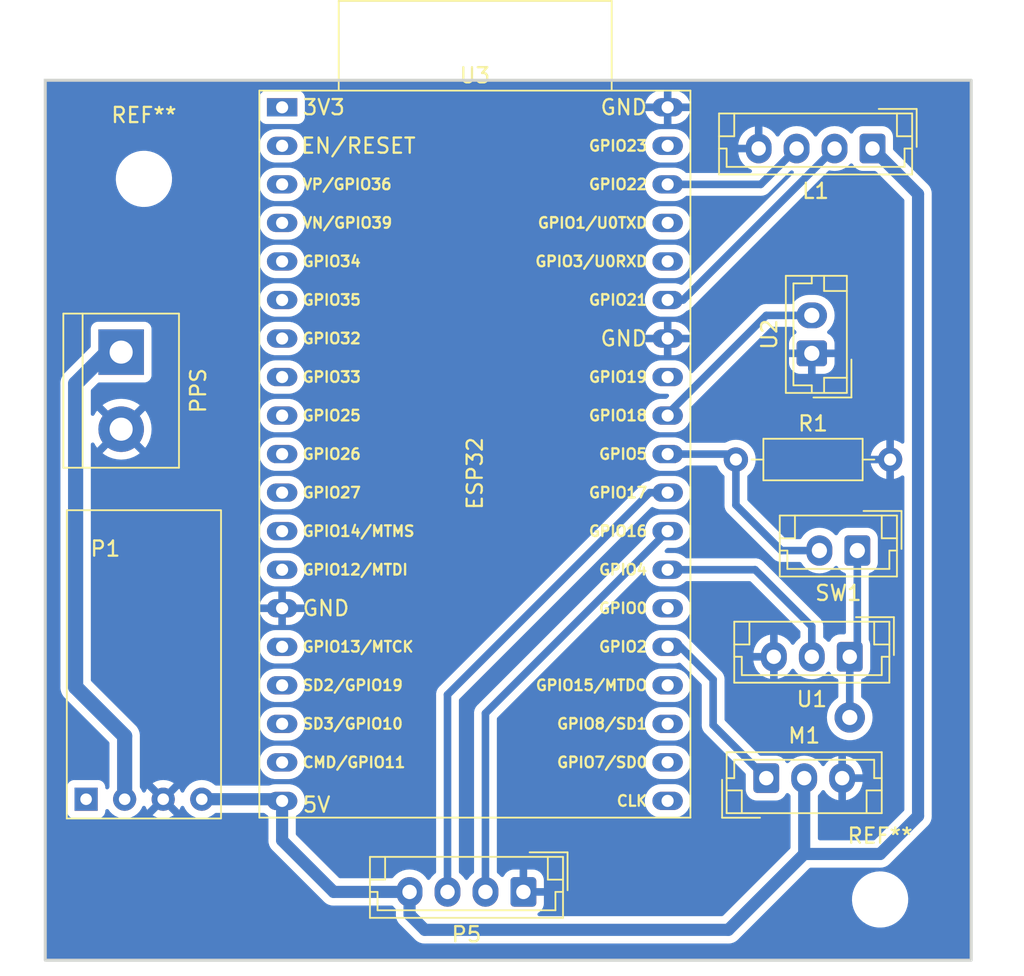
<source format=kicad_pcb>
(kicad_pcb (version 20221018) (generator pcbnew)
  (layers (0 "F.Cu" signal) (31 "B.Cu" signal) (34 "B.Paste" user) (35 "F.Paste" user) (36 "B.SilkS" user "B.Silkscreen") (37 "F.SilkS" user "F.Silkscreen") (38 "B.Mask" user) (39 "F.Mask" user) (44 "Edge.Cuts" user))
  (net 0 "")
  (net 1 "+5V")
  (net 2 "I2C_SDA")
  (net 3 "I2C_SCL")
  (net 4 "GND")
  (net 5 "SERVO")
  (net 7 "Net-(P1-IN+)")
  (net 8 "UART_TX")
  (net 9 "UART_RX")
  (net 10 "BTN_PIN")
  (net 11 "+3.3V")
  (net 12 "DHT22_OUT")
  (net 13 "SSRELAY_PIN")
  (footprint "Resistor_THT:R_Axial_DIN0207_L6.3mm_D2.5mm_P10.16mm_Horizontal" (layer "F.Cu") (at 168 89)
    (fp_text reference "R1" (at 5.08 -2.37) (layer "F.SilkS"))
    (fp_text value "10K")
    (fp_line (start 1.04 0) (end 1.81 0) (stroke (width 0.12)) (layer "F.SilkS"))
    (fp_line (start 1.81 -1.37) (end 1.81 1.37) (stroke (width 0.12)) (layer "F.SilkS"))
    (fp_line (start 1.81 1.37) (end 8.35 1.37) (stroke (width 0.12)) (layer "F.SilkS"))
    (fp_line (start 8.35 -1.37) (end 1.81 -1.37) (stroke (width 0.12)) (layer "F.SilkS"))
    (fp_line (start 8.35 1.37) (end 8.35 -1.37) (stroke (width 0.12)) (layer "F.SilkS"))
    (fp_line (start 9.12 0) (end 8.35 0) (stroke (width 0.12)) (layer "F.SilkS"))
    (pad "1" thru_hole circle (at 0 0) (size 1.6 1.6) (drill 0.8) (layers "*.Cu" "*.Mask") (net 10 "BTN_PIN"))
    (pad "2" thru_hole oval (at 10.16 0) (size 1.6 1.6) (drill 0.8) (layers "*.Cu" "*.Mask") (net 4 "GND"))
  )
  (footprint "Custom Library:ESP32-Module-38pin" (layer "F.Cu") (at 138.10368 65.78272)
    (fp_text reference "U3" (at 12.7 -2.1) (layer "F.SilkS"))
    (fp_text value "ESP32" (at 12.7 24.13 90) (layer "F.SilkS"))
    (fp_text user "CLK" (at 24.13 45.72 unlocked) (layer "F.SilkS") (effects (font (size 0.7 0.7)) (justify right)))
    (fp_text user "GPIO13/MTCK" (at 1.27 35.56 unlocked) (layer "F.SilkS") (effects (font (size 0.7 0.7)) (justify left)))
    (fp_text user "GPIO15/MTDO" (at 24.13 38.1 unlocked) (layer "F.SilkS") (effects (font (size 0.7 0.7)) (justify right)))
    (fp_text user "GPIO7/SD0" (at 24.13 43.18 unlocked) (layer "F.SilkS") (effects (font (size 0.7 0.7)) (justify right)))
    (fp_text user "GPIO33" (at 1.27 17.78 unlocked) (layer "F.SilkS") (effects (font (size 0.7 0.7)) (justify left)))
    (fp_text user "5V" (at 1.26632 45.97128 unlocked) (layer "F.SilkS") (effects (justify left)))
    (fp_text user "GPIO0" (at 24.13 33.02 unlocked) (layer "F.SilkS") (effects (font (size 0.7 0.7)) (justify right)))
    (fp_text user "GPIO4" (at 24.13 30.48 unlocked) (layer "F.SilkS") (effects (font (size 0.7 0.7)) (justify right)))
    (fp_text user "SD3/GPIO10" (at 1.27 40.64 unlocked) (layer "F.SilkS") (effects (font (size 0.7 0.7)) (justify left)))
    (fp_text user "GPIO27" (at 1.27 25.4 unlocked) (layer "F.SilkS") (effects (font (size 0.7 0.7)) (justify left)))
    (fp_text user "GPIO1/U0TXD" (at 24.13 7.62 unlocked) (layer "F.SilkS") (effects (font (size 0.7 0.7)) (justify right)))
    (fp_text user "GPIO14/MTMS" (at 1.27 27.94 unlocked) (layer "F.SilkS") (effects (font (size 0.7 0.7)) (justify left)))
    (fp_text user "GPIO19" (at 24.13 17.78 unlocked) (layer "F.SilkS") (effects (font (size 0.7 0.7)) (justify right)))
    (fp_text user "GND" (at 1.27 33.02 unlocked) (layer "F.SilkS") (effects (justify left)))
    (fp_text user "GPIO18" (at 24.13 20.32 unlocked) (layer "F.SilkS") (effects (font (size 0.7 0.7)) (justify right)))
    (fp_text user "GPIO2" (at 24.13 35.56 unlocked) (layer "F.SilkS") (effects (font (size 0.7 0.7)) (justify right)))
    (fp_text user "GPIO8/SD1" (at 24.13 40.64 unlocked) (layer "F.SilkS") (effects (font (size 0.7 0.7)) (justify right)))
    (fp_text user "GND" (at 24.13 0 unlocked) (layer "F.SilkS") (effects (justify right)))
    (fp_text user "EN/RESET" (at 8.88632 2.53728 unlocked) (layer "F.SilkS") (effects (justify right)))
    (fp_text user "GPIO3/U0RXD" (at 24.13 10.16 unlocked) (layer "F.SilkS") (effects (font (size 0.7 0.7)) (justify right)))
    (fp_text user "GPIO16" (at 24.13 27.94 unlocked) (layer "F.SilkS") (effects (font (size 0.7 0.7)) (justify right)))
    (fp_text user "GPIO17" (at 24.13 25.4 unlocked) (layer "F.SilkS") (effects (font (size 0.7 0.7)) (justify right)))
    (fp_text user "GPIO34" (at 1.27 10.16 unlocked) (layer "F.SilkS") (effects (font (size 0.7 0.7)) (justify left)))
    (fp_text user "GPIO32" (at 1.27 15.24 unlocked) (layer "F.SilkS") (effects (font (size 0.7 0.7)) (justify left)))
    (fp_text user "GPIO35" (at 1.27 12.7 unlocked) (layer "F.SilkS") (effects (font (size 0.7 0.7)) (justify left)))
    (fp_text user "GPIO12/MTDI" (at 1.27 30.48 unlocked) (layer "F.SilkS") (effects (font (size 0.7 0.7)) (justify left)))
    (fp_text user "SD2/GPIO19" (at 1.27 38.1 unlocked) (layer "F.SilkS") (effects (font (size 0.7 0.7)) (justify left)))
    (fp_text user "GPIO22" (at 24.13 5.08 unlocked) (layer "F.SilkS") (effects (font (size 0.7 0.7)) (justify right)))
    (fp_text user "VN/GPIO39" (at 1.27 7.62 unlocked) (layer "F.SilkS") (effects (font (size 0.7 0.7)) (justify left)))
    (fp_text user "CMD/GPIO11" (at 1.27 43.18 unlocked) (layer "F.SilkS") (effects (font (size 0.7 0.7)) (justify left)))
    (fp_text user "GPIO21" (at 24.13 12.7 unlocked) (layer "F.SilkS") (effects (font (size 0.7 0.7)) (justify right)))
    (fp_text user "GPIO25" (at 1.27 20.32 unlocked) (layer "F.SilkS") (effects (font (size 0.7 0.7)) (justify left)))
    (fp_text user "3V3" (at 1.27 0 unlocked) (layer "F.SilkS") (effects (justify left)))
    (fp_text user "GPIO23" (at 24.13 2.54 unlocked) (layer "F.SilkS") (effects (font (size 0.7 0.7)) (justify right)))
    (fp_text user "GND" (at 24.13 15.24 unlocked) (layer "F.SilkS") (effects (justify right)))
    (fp_text user "GPIO26" (at 1.27 22.86 unlocked) (layer "F.SilkS") (effects (font (size 0.7 0.7)) (justify left)))
    (fp_text user "VP/GPIO36" (at 1.27 5.08 unlocked) (layer "F.SilkS") (effects (font (size 0.7 0.7)) (justify left)))
    (fp_text user "GPIO5" (at 24.13 22.86 unlocked) (layer "F.SilkS") (effects (font (size 0.7 0.7)) (justify right)))
    (fp_line (start -1.5 46.82) (end 26.899999 46.82) (stroke (width 0.12)) (layer "F.SilkS"))
    (fp_line (start -1.499999 -1.1) (end -1.5 46.82) (stroke (width 0.12)) (layer "F.SilkS"))
    (fp_line (start 3.73012 -7.01312) (end 21.71332 -7.01312) (stroke (width 0.12)) (layer "F.SilkS"))
    (fp_line (start 3.73012 -1.12032) (end 3.73012 -7.01312) (stroke (width 0.12)) (layer "F.SilkS"))
    (fp_line (start 21.71332 -7.01312) (end 21.71332 -1.12032) (stroke (width 0.12)) (layer "F.SilkS"))
    (fp_line (start 26.899999 46.82) (end 26.9 -1.1) (stroke (width 0.12)) (layer "F.SilkS"))
    (fp_line (start 26.9 -1.1) (end -1.499999 -1.1) (stroke (width 0.12)) (layer "F.SilkS"))
    (pad "1" thru_hole rect (at 0 0 270) (size 1.2 2) (drill 0.8) (layers "*.Cu" "*.Mask") (net 11 "+3.3V"))
    (pad "2" thru_hole oval (at 0 2.54 270) (size 1.2 2) (drill 0.8) (layers "*.Cu" "*.Mask"))
    (pad "3" thru_hole oval (at 0 5.08 270) (size 1.2 2) (drill 0.8) (layers "*.Cu" "*.Mask"))
    (pad "4" thru_hole oval (at 0 7.62 270) (size 1.2 2) (drill 0.8) (layers "*.Cu" "*.Mask"))
    (pad "5" thru_hole oval (at 0 10.16 270) (size 1.2 2) (drill 0.8) (layers "*.Cu" "*.Mask"))
    (pad "6" thru_hole oval (at 0 12.7 270) (size 1.2 2) (drill 0.8) (layers "*.Cu" "*.Mask"))
    (pad "7" thru_hole oval (at 0 15.24 270) (size 1.2 2) (drill 0.8) (layers "*.Cu" "*.Mask"))
    (pad "8" thru_hole oval (at 0 17.78 270) (size 1.2 2) (drill 0.8) (layers "*.Cu" "*.Mask"))
    (pad "9" thru_hole oval (at 0 20.32 270) (size 1.2 2) (drill 0.8) (layers "*.Cu" "*.Mask"))
    (pad "10" thru_hole oval (at 0 22.86 270) (size 1.2 2) (drill 0.8) (layers "*.Cu" "*.Mask"))
    (pad "11" thru_hole oval (at 0 25.4 270) (size 1.2 2) (drill 0.8) (layers "*.Cu" "*.Mask"))
    (pad "12" thru_hole oval (at 0 27.94 270) (size 1.2 2) (drill 0.8) (layers "*.Cu" "*.Mask"))
    (pad "13" thru_hole oval (at 0 30.48 270) (size 1.2 2) (drill 0.8) (layers "*.Cu" "*.Mask"))
    (pad "14" thru_hole oval (at 0 33.02 270) (size 1.2 2) (drill 0.8) (layers "*.Cu" "*.Mask") (net 4 "GND"))
    (pad "15" thru_hole oval (at 0 35.56 270) (size 1.2 2) (drill 0.8) (layers "*.Cu" "*.Mask"))
    (pad "16" thru_hole oval (at 0 38.1 270) (size 1.2 2) (drill 0.8) (layers "*.Cu" "*.Mask"))
    (pad "17" thru_hole oval (at 0 40.64 270) (size 1.2 2) (drill 0.8) (layers "*.Cu" "*.Mask"))
    (pad "18" thru_hole oval (at 0 43.18 270) (size 1.2 2) (drill 0.8) (layers "*.Cu" "*.Mask"))
    (pad "19" thru_hole oval (at 0 45.72 270) (size 1.2 2) (drill 0.8) (layers "*.Cu" "*.Mask") (net 1 "+5V"))
    (pad "20" thru_hole oval (at 25.4 0 270) (size 1.2 2) (drill 0.8) (layers "*.Cu" "*.Mask") (net 4 "GND"))
    (pad "21" thru_hole oval (at 25.4 2.54 270) (size 1.2 2) (drill 0.8) (layers "*.Cu" "*.Mask"))
    (pad "22" thru_hole oval (at 25.4 5.08 270) (size 1.2 2) (drill 0.8) (layers "*.Cu" "*.Mask") (net 3 "I2C_SCL"))
    (pad "23" thru_hole oval (at 25.4 7.62 270) (size 1.2 2) (drill 0.8) (layers "*.Cu" "*.Mask"))
    (pad "24" thru_hole oval (at 25.4 10.16 270) (size 1.2 2) (drill 0.8) (layers "*.Cu" "*.Mask"))
    (pad "25" thru_hole oval (at 25.4 12.7 270) (size 1.2 2) (drill 0.8) (layers "*.Cu" "*.Mask") (net 2 "I2C_SDA"))
    (pad "26" thru_hole oval (at 25.4 15.24 270) (size 1.2 2) (drill 0.8) (layers "*.Cu" "*.Mask") (net 4 "GND"))
    (pad "27" thru_hole oval (at 25.4 17.78 270) (size 1.2 2) (drill 0.8) (layers "*.Cu" "*.Mask"))
    (pad "28" thru_hole oval (at 25.4 20.32 270) (size 1.2 2) (drill 0.8) (layers "*.Cu" "*.Mask") (net 13 "SSRELAY_PIN"))
    (pad "29" thru_hole oval (at 25.4 22.86 270) (size 1.2 2) (drill 0.8) (layers "*.Cu" "*.Mask") (net 10 "BTN_PIN"))
    (pad "30" thru_hole oval (at 25.4 25.4 270) (size 1.2 2) (drill 0.8) (layers "*.Cu" "*.Mask") (net 9 "UART_RX"))
    (pad "31" thru_hole oval (at 25.4 27.94 270) (size 1.2 2) (drill 0.8) (layers "*.Cu" "*.Mask") (net 8 "UART_TX"))
    (pad "32" thru_hole oval (at 25.4 30.48 270) (size 1.2 2) (drill 0.8) (layers "*.Cu" "*.Mask") (net 12 "DHT22_OUT"))
    (pad "33" thru_hole oval (at 25.4 33.02 270) (size 1.2 2) (drill 0.8) (layers "*.Cu" "*.Mask"))
    (pad "34" thru_hole oval (at 25.4 35.56 270) (size 1.2 2) (drill 0.8) (layers "*.Cu" "*.Mask") (net 5 "SERVO"))
    (pad "35" thru_hole oval (at 25.4 38.1 270) (size 1.2 2) (drill 0.8) (layers "*.Cu" "*.Mask"))
    (pad "36" thru_hole oval (at 25.4 40.64 270) (size 1.2 2) (drill 0.8) (layers "*.Cu" "*.Mask"))
    (pad "37" thru_hole oval (at 25.39632 43.17728 270) (size 1.2 2) (drill 0.8) (layers "*.Cu" "*.Mask"))
    (pad "38" thru_hole oval (at 25.39632 45.71728 270) (size 1.2 2) (drill 0.8) (layers "*.Cu" "*.Mask"))
  )
  (footprint "TerminalBlock:TerminalBlock_bornier-2_P5.08mm" (layer "F.Cu") (at 127.5 81.92 -90)
    (fp_text reference "PPS" (at 2.54 -5.08 90) (layer "F.SilkS"))
    (fp_text value "PSU")
    (fp_line (start -2.54 -3.81) (end -2.54 3.81) (stroke (width 0.12)) (layer "F.SilkS"))
    (fp_line (start -2.54 3.81) (end 7.62 3.81) (stroke (width 0.12)) (layer "F.SilkS"))
    (fp_line (start 7.62 -3.81) (end -2.54 -3.81) (stroke (width 0.12)) (layer "F.SilkS"))
    (fp_line (start 7.62 2.54) (end -2.54 2.54) (stroke (width 0.12)) (layer "F.SilkS"))
    (fp_line (start 7.62 3.81) (end 7.62 -3.81) (stroke (width 0.12)) (layer "F.SilkS"))
    (pad "1" thru_hole rect (at 0 0 270) (size 3 3) (drill 1.52) (layers "*.Cu" "*.Mask") (net 7 "Net-(P1-IN+)"))
    (pad "2" thru_hole circle (at 5.08 0 270) (size 3 3) (drill 1.52) (layers "*.Cu" "*.Mask") (net 4 "GND"))
  )
  (footprint "Connector_JST:JST_EH_B4B-EH-A_1x04_P2.50mm_Vertical" (layer "F.Cu") (at 177 68.5 180)
    (fp_text reference "L1" (at 3.75 -2.8) (layer "F.SilkS"))
    (fp_text value "LCD DISPLAY")
    (fp_line (start -2.91 0.11) (end -2.91 2.61) (stroke (width 0.12)) (layer "F.SilkS"))
    (fp_line (start -2.91 2.61) (end -0.41 2.61) (stroke (width 0.12)) (layer "F.SilkS"))
    (fp_line (start -2.61 -1.71) (end -2.61 2.31) (stroke (width 0.12)) (layer "F.SilkS"))
    (fp_line (start -2.61 0) (end -2.11 0) (stroke (width 0.12)) (layer "F.SilkS"))
    (fp_line (start -2.61 0.81) (end -1.61 0.81) (stroke (width 0.12)) (layer "F.SilkS"))
    (fp_line (start -2.61 2.31) (end 10.11 2.31) (stroke (width 0.12)) (layer "F.SilkS"))
    (fp_line (start -2.11 -1.21) (end 9.61 -1.21) (stroke (width 0.12)) (layer "F.SilkS"))
    (fp_line (start -2.11 0) (end -2.11 -1.21) (stroke (width 0.12)) (layer "F.SilkS"))
    (fp_line (start -1.61 0.81) (end -1.61 2.31) (stroke (width 0.12)) (layer "F.SilkS"))
    (fp_line (start 9.11 0.81) (end 9.11 2.31) (stroke (width 0.12)) (layer "F.SilkS"))
    (fp_line (start 9.61 -1.21) (end 9.61 0) (stroke (width 0.12)) (layer "F.SilkS"))
    (fp_line (start 9.61 0) (end 10.11 0) (stroke (width 0.12)) (layer "F.SilkS"))
    (fp_line (start 10.11 -1.71) (end -2.61 -1.71) (stroke (width 0.12)) (layer "F.SilkS"))
    (fp_line (start 10.11 0.81) (end 9.11 0.81) (stroke (width 0.12)) (layer "F.SilkS"))
    (fp_line (start 10.11 2.31) (end 10.11 -1.71) (stroke (width 0.12)) (layer "F.SilkS"))
    (pad "1" thru_hole roundrect (at 0 0 180) (size 1.7 1.95) (drill 0.95) (layers "*.Cu" "*.Mask") (roundrect_rratio 0.147059) (net 1 "+5V"))
    (pad "2" thru_hole oval (at 2.5 0 180) (size 1.7 1.95) (drill 0.95) (layers "*.Cu" "*.Mask") (net 2 "I2C_SDA"))
    (pad "3" thru_hole oval (at 5 0 180) (size 1.7 1.95) (drill 0.95) (layers "*.Cu" "*.Mask") (net 3 "I2C_SCL"))
    (pad "4" thru_hole oval (at 7.5 0 180) (size 1.7 1.95) (drill 0.95) (layers "*.Cu" "*.Mask") (net 4 "GND"))
  )
  (footprint "Connector_JST:JST_EH_B2B-EH-A_1x02_P2.50mm_Vertical" (layer "F.Cu") (at 176 95 180)
    (fp_text reference "SW1" (at 1.25 -2.8) (layer "F.SilkS"))
    (fp_text value "SW_Push")
    (fp_line (start -2.91 0.11) (end -2.91 2.61) (stroke (width 0.12)) (layer "F.SilkS"))
    (fp_line (start -2.91 2.61) (end -0.41 2.61) (stroke (width 0.12)) (layer "F.SilkS"))
    (fp_line (start -2.61 -1.71) (end -2.61 2.31) (stroke (width 0.12)) (layer "F.SilkS"))
    (fp_line (start -2.61 0) (end -2.11 0) (stroke (width 0.12)) (layer "F.SilkS"))
    (fp_line (start -2.61 0.81) (end -1.61 0.81) (stroke (width 0.12)) (layer "F.SilkS"))
    (fp_line (start -2.61 2.31) (end 5.11 2.31) (stroke (width 0.12)) (layer "F.SilkS"))
    (fp_line (start -2.11 -1.21) (end 4.61 -1.21) (stroke (width 0.12)) (layer "F.SilkS"))
    (fp_line (start -2.11 0) (end -2.11 -1.21) (stroke (width 0.12)) (layer "F.SilkS"))
    (fp_line (start -1.61 0.81) (end -1.61 2.31) (stroke (width 0.12)) (layer "F.SilkS"))
    (fp_line (start 4.11 0.81) (end 4.11 2.31) (stroke (width 0.12)) (layer "F.SilkS"))
    (fp_line (start 4.61 -1.21) (end 4.61 0) (stroke (width 0.12)) (layer "F.SilkS"))
    (fp_line (start 4.61 0) (end 5.11 0) (stroke (width 0.12)) (layer "F.SilkS"))
    (fp_line (start 5.11 -1.71) (end -2.61 -1.71) (stroke (width 0.12)) (layer "F.SilkS"))
    (fp_line (start 5.11 0.81) (end 4.11 0.81) (stroke (width 0.12)) (layer "F.SilkS"))
    (fp_line (start 5.11 2.31) (end 5.11 -1.71) (stroke (width 0.12)) (layer "F.SilkS"))
    (pad "1" thru_hole roundrect (at 0 0 180) (size 1.7 2) (drill 1) (layers "*.Cu" "*.Mask") (roundrect_rratio 0.147059) (net 11 "+3.3V"))
    (pad "2" thru_hole oval (at 2.5 0 180) (size 1.7 2) (drill 1) (layers "*.Cu" "*.Mask") (net 10 "BTN_PIN"))
  )
  (footprint "MountingHole:MountingHole_3.2mm_M3" (layer "F.Cu") (at 177.5 118)
    (fp_text reference "REF**" (at 0 -4.2) (layer "F.SilkS"))
    (fp_text value "MountingHole_3.2mm_M3")
    (pad "" np_thru_hole circle (at 0 0) (size 3.2 3.2) (drill 3.2) (layers "*.Cu" "*.Mask"))
  )
  (footprint "Connector_JST:JST_EH_B2B-EH-A_1x02_P2.50mm_Vertical" (layer "F.Cu") (at 173 82 90)
    (fp_text reference "U2" (at 1.25 -2.8 90) (layer "F.SilkS"))
    (fp_text value "SSR-D3805HK")
    (fp_line (start -2.91 0.11) (end -2.91 2.61) (stroke (width 0.12)) (layer "F.SilkS"))
    (fp_line (start -2.91 2.61) (end -0.41 2.61) (stroke (width 0.12)) (layer "F.SilkS"))
    (fp_line (start -2.61 -1.71) (end -2.61 2.31) (stroke (width 0.12)) (layer "F.SilkS"))
    (fp_line (start -2.61 0) (end -2.11 0) (stroke (width 0.12)) (layer "F.SilkS"))
    (fp_line (start -2.61 0.81) (end -1.61 0.81) (stroke (width 0.12)) (layer "F.SilkS"))
    (fp_line (start -2.61 2.31) (end 5.11 2.31) (stroke (width 0.12)) (layer "F.SilkS"))
    (fp_line (start -2.11 -1.21) (end 4.61 -1.21) (stroke (width 0.12)) (layer "F.SilkS"))
    (fp_line (start -2.11 0) (end -2.11 -1.21) (stroke (width 0.12)) (layer "F.SilkS"))
    (fp_line (start -1.61 0.81) (end -1.61 2.31) (stroke (width 0.12)) (layer "F.SilkS"))
    (fp_line (start 4.11 0.81) (end 4.11 2.31) (stroke (width 0.12)) (layer "F.SilkS"))
    (fp_line (start 4.61 -1.21) (end 4.61 0) (stroke (width 0.12)) (layer "F.SilkS"))
    (fp_line (start 4.61 0) (end 5.11 0) (stroke (width 0.12)) (layer "F.SilkS"))
    (fp_line (start 5.11 -1.71) (end -2.61 -1.71) (stroke (width 0.12)) (layer "F.SilkS"))
    (fp_line (start 5.11 0.81) (end 4.11 0.81) (stroke (width 0.12)) (layer "F.SilkS"))
    (fp_line (start 5.11 2.31) (end 5.11 -1.71) (stroke (width 0.12)) (layer "F.SilkS"))
    (pad "1" thru_hole roundrect (at 0 0 90) (size 1.7 2) (drill 1) (layers "*.Cu" "*.Mask") (roundrect_rratio 0.147059) (net 4 "GND"))
    (pad "2" thru_hole oval (at 2.5 0 90) (size 1.7 2) (drill 1) (layers "*.Cu" "*.Mask") (net 13 "SSRELAY_PIN"))
  )
  (footprint "Connector_JST:JST_EH_B3B-EH-A_1x03_P2.50mm_Vertical" (layer "F.Cu") (at 170 110)
    (fp_text reference "M1" (at 2.5 -2.8) (layer "F.SilkS"))
    (fp_text value "Motor_Servo")
    (fp_line (start -2.91 0.11) (end -2.91 2.61) (stroke (width 0.12)) (layer "F.SilkS"))
    (fp_line (start -2.91 2.61) (end -0.41 2.61) (stroke (width 0.12)) (layer "F.SilkS"))
    (fp_line (start -2.61 -1.71) (end -2.61 2.31) (stroke (width 0.12)) (layer "F.SilkS"))
    (fp_line (start -2.61 0) (end -2.11 0) (stroke (width 0.12)) (layer "F.SilkS"))
    (fp_line (start -2.61 0.81) (end -1.61 0.81) (stroke (width 0.12)) (layer "F.SilkS"))
    (fp_line (start -2.61 2.31) (end 7.61 2.31) (stroke (width 0.12)) (layer "F.SilkS"))
    (fp_line (start -2.11 -1.21) (end 7.11 -1.21) (stroke (width 0.12)) (layer "F.SilkS"))
    (fp_line (start -2.11 0) (end -2.11 -1.21) (stroke (width 0.12)) (layer "F.SilkS"))
    (fp_line (start -1.61 0.81) (end -1.61 2.31) (stroke (width 0.12)) (layer "F.SilkS"))
    (fp_line (start 6.61 0.81) (end 6.61 2.31) (stroke (width 0.12)) (layer "F.SilkS"))
    (fp_line (start 7.11 -1.21) (end 7.11 0) (stroke (width 0.12)) (layer "F.SilkS"))
    (fp_line (start 7.11 0) (end 7.61 0) (stroke (width 0.12)) (layer "F.SilkS"))
    (fp_line (start 7.61 -1.71) (end -2.61 -1.71) (stroke (width 0.12)) (layer "F.SilkS"))
    (fp_line (start 7.61 0.81) (end 6.61 0.81) (stroke (width 0.12)) (layer "F.SilkS"))
    (fp_line (start 7.61 2.31) (end 7.61 -1.71) (stroke (width 0.12)) (layer "F.SilkS"))
    (pad "1" thru_hole roundrect (at 0 0) (size 1.7 1.95) (drill 0.95) (layers "*.Cu" "*.Mask") (roundrect_rratio 0.147059) (net 5 "SERVO"))
    (pad "2" thru_hole oval (at 2.5 0) (size 1.7 1.95) (drill 0.95) (layers "*.Cu" "*.Mask") (net 1 "+5V"))
    (pad "3" thru_hole oval (at 5 0) (size 1.7 1.95) (drill 0.95) (layers "*.Cu" "*.Mask") (net 4 "GND"))
  )
  (footprint "Connector_JST:JST_EH_B4B-EH-A_1x04_P2.50mm_Vertical" (layer "F.Cu") (at 154 117.5 180)
    (fp_text reference "P5" (at 3.75 -2.8) (layer "F.SilkS"))
    (fp_text value "PZEM-004T")
    (fp_line (start -2.91 0.11) (end -2.91 2.61) (stroke (width 0.12)) (layer "F.SilkS"))
    (fp_line (start -2.91 2.61) (end -0.41 2.61) (stroke (width 0.12)) (layer "F.SilkS"))
    (fp_line (start -2.61 -1.71) (end -2.61 2.31) (stroke (width 0.12)) (layer "F.SilkS"))
    (fp_line (start -2.61 0) (end -2.11 0) (stroke (width 0.12)) (layer "F.SilkS"))
    (fp_line (start -2.61 0.81) (end -1.61 0.81) (stroke (width 0.12)) (layer "F.SilkS"))
    (fp_line (start -2.61 2.31) (end 10.11 2.31) (stroke (width 0.12)) (layer "F.SilkS"))
    (fp_line (start -2.11 -1.21) (end 9.61 -1.21) (stroke (width 0.12)) (layer "F.SilkS"))
    (fp_line (start -2.11 0) (end -2.11 -1.21) (stroke (width 0.12)) (layer "F.SilkS"))
    (fp_line (start -1.61 0.81) (end -1.61 2.31) (stroke (width 0.12)) (layer "F.SilkS"))
    (fp_line (start 9.11 0.81) (end 9.11 2.31) (stroke (width 0.12)) (layer "F.SilkS"))
    (fp_line (start 9.61 -1.21) (end 9.61 0) (stroke (width 0.12)) (layer "F.SilkS"))
    (fp_line (start 9.61 0) (end 10.11 0) (stroke (width 0.12)) (layer "F.SilkS"))
    (fp_line (start 10.11 -1.71) (end -2.61 -1.71) (stroke (width 0.12)) (layer "F.SilkS"))
    (fp_line (start 10.11 0.81) (end 9.11 0.81) (stroke (width 0.12)) (layer "F.SilkS"))
    (fp_line (start 10.11 2.31) (end 10.11 -1.71) (stroke (width 0.12)) (layer "F.SilkS"))
    (pad "1" thru_hole roundrect (at 0 0 180) (size 1.7 1.95) (drill 0.95) (layers "*.Cu" "*.Mask") (roundrect_rratio 0.147059) (net 4 "GND"))
    (pad "2" thru_hole oval (at 2.5 0 180) (size 1.7 1.95) (drill 0.95) (layers "*.Cu" "*.Mask") (net 8 "UART_TX"))
    (pad "3" thru_hole oval (at 5 0 180) (size 1.7 1.95) (drill 0.95) (layers "*.Cu" "*.Mask") (net 9 "UART_RX"))
    (pad "4" thru_hole oval (at 7.5 0 180) (size 1.7 1.95) (drill 0.95) (layers "*.Cu" "*.Mask") (net 1 "+5V"))
  )
  (footprint "Custom Library:Mini Step-Down" (layer "F.Cu") (at 129 103.77)
    (fp_text reference "P1" (at -2.54 -8.89 unlocked) (layer "F.SilkS"))
    (fp_text value "STEP DOWN")
    (fp_rect (start -5.08 8.89) (end 5.08 -11.43) (stroke (width 0.12)) (fill none) (layer "F.SilkS"))
    (pad "1" thru_hole rect (at -3.81 7.62) (size 1.524 1.524) (drill 0.762) (layers "*.Cu" "*.Mask"))
    (pad "2" thru_hole circle (at -1.27 7.62) (size 1.524 1.524) (drill 0.762) (layers "*.Cu" "*.Mask") (net 7 "Net-(P1-IN+)"))
    (pad "3" thru_hole circle (at 1.27 7.62) (size 1.524 1.524) (drill 0.762) (layers "*.Cu" "*.Mask") (net 4 "GND"))
    (pad "4" thru_hole circle (at 3.81 7.62) (size 1.524 1.524) (drill 0.762) (layers "*.Cu" "*.Mask") (net 1 "+5V"))
  )
  (footprint "Connector_JST:JST_EH_B3B-EH-A_1x03_P2.50mm_Vertical" (layer "F.Cu") (at 175.5 102 180)
    (fp_text reference "U1" (at 2.5 -2.8) (layer "F.SilkS"))
    (fp_text value "DHT22 Module")
    (fp_line (start -2.91 0.11) (end -2.91 2.61) (stroke (width 0.12)) (layer "F.SilkS"))
    (fp_line (start -2.91 2.61) (end -0.41 2.61) (stroke (width 0.12)) (layer "F.SilkS"))
    (fp_line (start -2.61 -1.71) (end -2.61 2.31) (stroke (width 0.12)) (layer "F.SilkS"))
    (fp_line (start -2.61 0) (end -2.11 0) (stroke (width 0.12)) (layer "F.SilkS"))
    (fp_line (start -2.61 0.81) (end -1.61 0.81) (stroke (width 0.12)) (layer "F.SilkS"))
    (fp_line (start -2.61 2.31) (end 7.61 2.31) (stroke (width 0.12)) (layer "F.SilkS"))
    (fp_line (start -2.11 -1.21) (end 7.11 -1.21) (stroke (width 0.12)) (layer "F.SilkS"))
    (fp_line (start -2.11 0) (end -2.11 -1.21) (stroke (width 0.12)) (layer "F.SilkS"))
    (fp_line (start -1.61 0.81) (end -1.61 2.31) (stroke (width 0.12)) (layer "F.SilkS"))
    (fp_line (start 6.61 0.81) (end 6.61 2.31) (stroke (width 0.12)) (layer "F.SilkS"))
    (fp_line (start 7.11 -1.21) (end 7.11 0) (stroke (width 0.12)) (layer "F.SilkS"))
    (fp_line (start 7.11 0) (end 7.61 0) (stroke (width 0.12)) (layer "F.SilkS"))
    (fp_line (start 7.61 -1.71) (end -2.61 -1.71) (stroke (width 0.12)) (layer "F.SilkS"))
    (fp_line (start 7.61 0.81) (end 6.61 0.81) (stroke (width 0.12)) (layer "F.SilkS"))
    (fp_line (start 7.61 2.31) (end 7.61 -1.71) (stroke (width 0.12)) (layer "F.SilkS"))
    (pad "1" thru_hole roundrect (at 0 0 180) (size 1.7 1.95) (drill 0.95) (layers "*.Cu" "*.Mask") (roundrect_rratio 0.147059) (net 11 "+3.3V"))
    (pad "2" thru_hole oval (at 2.5 0 180) (size 1.7 1.95) (drill 0.95) (layers "*.Cu" "*.Mask") (net 12 "DHT22_OUT"))
    (pad "3" thru_hole oval (at 5 0 180) (size 1.7 1.95) (drill 0.95) (layers "*.Cu" "*.Mask") (net 4 "GND"))
  )
  (footprint "MountingHole:MountingHole_3.2mm_M3" (layer "F.Cu") (at 129 70.5)
    (fp_text reference "REF**" (at 0 -4.2) (layer "F.SilkS"))
    (fp_text value "MountingHole_3.2mm_M3")
    (pad "" np_thru_hole circle (at 0 0) (size 3.2 3.2) (drill 3.2) (layers "*.Cu" "*.Mask"))
  )
  (gr_rect (start 122.5 64) (end 183.5 122) (stroke (width 0.2)) (fill none) (layer "Edge.Cuts"))
  (segment (start 138.10368 111.50272) (end 138.10368 114.10368) (width 0.8) (layer "B.Cu") (net 1))
  (segment (start 146.5 119) (end 147.5 120) (width 0.8) (layer "B.Cu") (net 1))
  (segment (start 172.5 115) (end 177.5 115) (width 0.8) (layer "B.Cu") (net 1))
  (segment (start 141.5 117.5) (end 146.5 117.5) (width 0.8) (layer "B.Cu") (net 1))
  (segment (start 180 112.5) (end 180 71.5) (width 0.8) (layer "B.Cu") (net 1))
  (segment (start 147.5 120) (end 167.5 120) (width 0.8) (layer "B.Cu") (net 1))
  (segment (start 137.99096 111.39) (end 138.10368 111.50272) (width 0.8) (layer "B.Cu") (net 1))
  (segment (start 180 71.5) (end 177 68.5) (width 0.8) (layer "B.Cu") (net 1))
  (segment (start 138.10368 114.10368) (end 141.5 117.5) (width 0.8) (layer "B.Cu") (net 1))
  (segment (start 146.5 117.5) (end 146.5 119) (width 0.8) (layer "B.Cu") (net 1))
  (segment (start 167.5 120) (end 172.5 115) (width 0.8) (layer "B.Cu") (net 1))
  (segment (start 177.5 115) (end 180 112.5) (width 0.8) (layer "B.Cu") (net 1))
  (segment (start 132.81 111.39) (end 137.99096 111.39) (width 0.8) (layer "B.Cu") (net 1))
  (segment (start 172.5 115) (end 172.5 110) (width 0.8) (layer "B.Cu") (net 1))
  (segment (start 163.50368 78.48272) (end 164.51728 78.48272) (width 0.5) (layer "B.Cu") (net 2))
  (segment (start 164.51728 78.48272) (end 174.5 68.5) (width 0.5) (layer "B.Cu") (net 2))
  (segment (start 163.50368 70.86272) (end 169.63728 70.86272) (width 0.5) (layer "B.Cu") (net 3))
  (segment (start 169.63728 70.86272) (end 172 68.5) (width 0.5) (layer "B.Cu") (net 3))
  (segment (start 166.5 106.5) (end 170 110) (width 0.5) (layer "B.Cu") (net 5))
  (segment (start 163.50368 101.34272) (end 164.34272 101.34272) (width 0.5) (layer "B.Cu") (net 5))
  (segment (start 164.34272 101.34272) (end 166.5 103.5) (width 0.5) (layer "B.Cu") (net 5))
  (segment (start 166.5 103.5) (end 166.5 106.5) (width 0.5) (layer "B.Cu") (net 5))
  (segment (start 124.5 104) (end 127.73 107.23) (width 1) (layer "B.Cu") (net 7))
  (segment (start 127.73 107.23) (end 127.73 111.39) (width 1) (layer "B.Cu") (net 7))
  (segment (start 127.5 81.92) (end 126.58 81.92) (width 1) (layer "B.Cu") (net 7))
  (segment (start 126.58 81.92) (end 124.5 84) (width 1) (layer "B.Cu") (net 7))
  (segment (start 124.5 84) (end 124.5 104) (width 1) (layer "B.Cu") (net 7))
  (segment (start 151.5 105.7264) (end 163.50368 93.72272) (width 0.5) (layer "B.Cu") (net 8))
  (segment (start 151.5 117.5) (end 151.5 105.7264) (width 0.5) (layer "B.Cu") (net 8))
  (segment (start 149 104.5) (end 162.31728 91.18272) (width 0.5) (layer "B.Cu") (net 9))
  (segment (start 149 117.5) (end 149 104.5) (width 0.5) (layer "B.Cu") (net 9))
  (segment (start 162.31728 91.18272) (end 163.50368 91.18272) (width 0.5) (layer "B.Cu") (net 9))
  (segment (start 168 92) (end 171 95) (width 0.5) (layer "B.Cu") (net 10))
  (segment (start 163.50368 88.64272) (end 167.64272 88.64272) (width 0.5) (layer "B.Cu") (net 10))
  (segment (start 171 95) (end 173.5 95) (width 0.5) (layer "B.Cu") (net 10))
  (segment (start 167.64272 88.64272) (end 168 89) (width 0.5) (layer "B.Cu") (net 10))
  (segment (start 168 89) (end 168 92) (width 0.5) (layer "B.Cu") (net 10))
  (via (at 175.5 106) (size 2) (drill 1) (layers "F.Cu" "B.Cu") (net 11))
  (segment (start 176 101.5) (end 176 95) (width 0.5) (layer "B.Cu") (net 11))
  (segment (start 175.5 102) (end 175.5 105.5) (width 0.5) (layer "B.Cu") (net 11))
  (segment (start 175.5 102) (end 176 101.5) (width 0.5) (layer "B.Cu") (net 11))
  (segment (start 163.50368 96.26272) (end 169.26272 96.26272) (width 0.5) (layer "B.Cu") (net 12))
  (segment (start 169.26272 96.26272) (end 173 100) (width 0.5) (layer "B.Cu") (net 12))
  (segment (start 173 100) (end 173 102) (width 0.5) (layer "B.Cu") (net 12))
  (segment (start 170 79.5) (end 173 79.5) (width 0.5) (layer "B.Cu") (net 13))
  (segment (start 163.50368 85.99632) (end 170 79.5) (width 0.5) (layer "B.Cu") (net 13))
  (segment (start 163.50368 86.10272) (end 163.50368 85.99632) (width 0.5) (layer "B.Cu") (net 13))
  (zone (net 4) (net_name "GND") (layer "B.Cu") (connect_pads (clearance 0.5)) (min_thickness 0.25) (fill yes (thermal_gap 0.5) (thermal_bridge_width 0.5))
    (polygon (pts (xy 122.5 64) (xy 183.5 64) (xy 183.5 122) (xy 122.5 122)))
  )
)
</source>
